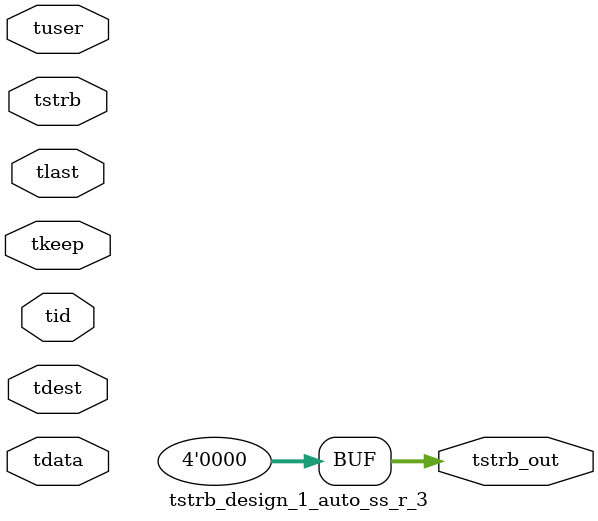
<source format=v>


`timescale 1ps/1ps

module tstrb_design_1_auto_ss_r_3 #
(
parameter C_S_AXIS_TDATA_WIDTH = 32,
parameter C_S_AXIS_TUSER_WIDTH = 0,
parameter C_S_AXIS_TID_WIDTH   = 0,
parameter C_S_AXIS_TDEST_WIDTH = 0,
parameter C_M_AXIS_TDATA_WIDTH = 32
)
(
input  [(C_S_AXIS_TDATA_WIDTH == 0 ? 1 : C_S_AXIS_TDATA_WIDTH)-1:0     ] tdata,
input  [(C_S_AXIS_TUSER_WIDTH == 0 ? 1 : C_S_AXIS_TUSER_WIDTH)-1:0     ] tuser,
input  [(C_S_AXIS_TID_WIDTH   == 0 ? 1 : C_S_AXIS_TID_WIDTH)-1:0       ] tid,
input  [(C_S_AXIS_TDEST_WIDTH == 0 ? 1 : C_S_AXIS_TDEST_WIDTH)-1:0     ] tdest,
input  [(C_S_AXIS_TDATA_WIDTH/8)-1:0 ] tkeep,
input  [(C_S_AXIS_TDATA_WIDTH/8)-1:0 ] tstrb,
input                                                                    tlast,
output [(C_M_AXIS_TDATA_WIDTH/8)-1:0 ] tstrb_out
);

assign tstrb_out = {1'b0};

endmodule


</source>
